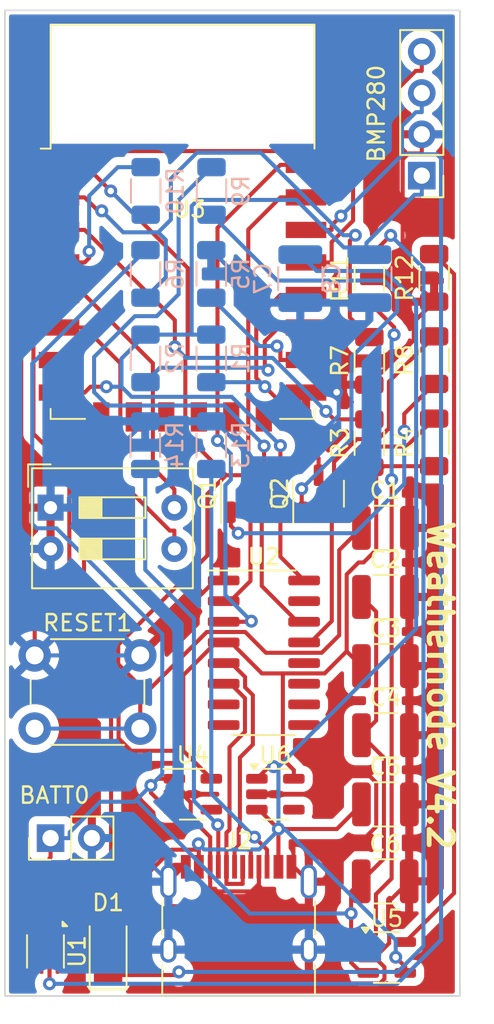
<source format=kicad_pcb>
(kicad_pcb (version 20240108) (generator "pcbnew") (generator_version "8.0")
  (layers (0 "F.Cu" signal) (31 "B.Cu" signal) (34 "B.Paste" user) (35 "F.Paste" user) (36 "B.SilkS" user "B.Silkscreen") (37 "F.SilkS" user "F.Silkscreen") (38 "B.Mask" user) (39 "F.Mask" user) (44 "Edge.Cuts" user))
  (net 0 "")
  (net 1 "GND")
  (net 2 "+3.3V")
  (net 3 "+BATT")
  (net 4 "Net-(U3-GPIO12)")
  (net 5 "RST")
  (net 6 "VCC")
  (net 7 "Net-(U3-GPIO14)")
  (net 8 "Net-(U3-GPIO2)")
  (net 9 "Net-(J2-CC2)")
  (net 10 "Net-(U2-UD+)")
  (net 11 "Net-(U2-UD-)")
  (net 12 "Net-(J2-CC1)")
  (net 13 "Net-(Q1-B)")
  (net 14 "Net-(Q2-B)")
  (net 15 "Net-(U3-EN)")
  (net 16 "Net-(U3-GPIO15)")
  (net 17 "Net-(Q1-E)")
  (net 18 "Net-(U3-GPIO16)")
  (net 20 "Net-(D1-K)")
  (net 21 "GPIO0")
  (net 28 "SDA")
  (net 37 "SCL")
  (net 39 "Net-(U5-STAT)")
  (net 40 "Net-(U5-PROG)")
  (net 41 "Net-(Q2-E)")
  (net 43 "ADC")
  (net 44 "TXD")
  (net 45 "RXD")
  (footprint "Resistor_SMD:R_1206_3216Metric" (layer "F.Cu") (at 105.664 55.5645 90)
    (property "Reference" "R12")
    (property "Value" "2k")
  )
  (footprint "Resistor_SMD:R_1206_3216Metric" (layer "F.Cu") (at 105.664 60.6225 90)
    (property "Reference" "R8")
    (property "Value" "12k")
  )
  (footprint "RF_Module:ESP-12E" (layer "F.Cu") (at 90.1783 52.1142)
    (property "Reference" "U3")
    (property "Value" "ESP-12E")
  )
  (footprint "Package_TO_SOT_SMD:SOT-23-5" (layer "F.Cu") (at 102.7485 97.348)
    (property "Reference" "U5")
    (property "Value" "MCP73831")
  )
  (footprint "Package_TO_SOT_SMD:SOT-23-5" (layer "F.Cu") (at 90.8105 87.31)
    (property "Reference" "U4")
    (property "Value" "AP2112K-3.3")
  )
  (footprint "Resistor_SMD:R_1206_3216Metric" (layer "F.Cu") (at 101.6773 55.6098 90)
    (property "Reference" "R11")
    (property "Value" "470")
  )
  (footprint "Package_TO_SOT_SMD:SOT-23-3" (layer "F.Cu") (at 98.552 68.834 90)
    (property "Reference" "Q2")
    (property "Value" "NPN-TRANSISTOR_SOT23")
  )
  (footprint "LED_SMD:LED_1206_3216Metric" (layer "F.Cu") (at 85.598 97.028 90)
    (property "Reference" "D1")
    (property "Value" "LED")
  )
  (footprint "Capacitor_SMD:C_1210_3225Metric" (layer "F.Cu") (at 102.665 75.184)
    (property "Reference" "C2")
    (property "Value" "100n")
  )
  (footprint "Capacitor_SMD:C_1210_3225Metric" (layer "F.Cu") (at 102.6514 92.6664)
    (property "Reference" "C6")
    (property "Value" "100nF")
  )
  (footprint "Connector_USB:USB_C_Receptacle_HRO_TYPE-C-31-M-12" (layer "F.Cu") (at 93.63 95.818)
    (property "Reference" "J2")
    (property "Value" "USB_C_Receptacle_USB2.0" (hide yes))
  )
  (footprint "Capacitor_SMD:C_1210_3225Metric" (layer "F.Cu") (at 102.665 79.434)
    (property "Reference" "C3")
    (property "Value" "2.2u")
  )
  (footprint "Package_SO:SOIC-16_3.9x9.9mm_P1.27mm" (layer "F.Cu") (at 95.185 78.613)
    (property "Reference" "U2")
    (property "Value" "CH340C")
  )
  (footprint "Capacitor_SMD:C_1210_3225Metric" (layer "F.Cu") (at 102.665 70.934)
    (property "Reference" "C1")
    (property "Value" "100n")
  )
  (footprint "Package_DFN_QFN:TDFN-8-1EP_2x2mm_P0.5mm_EP0.8x1.2mm" (layer "F.Cu") (at 81.742 96.974 -90)
    (property "Reference" "U1")
    (property "Value" "MAX17048G")
  )
  (footprint "Button_Switch_THT:SW_DIP_SPSTx02_Slide_9.78x7.26mm_W7.62mm_P2.54mm" (layer "F.Cu") (at 82.0556 69.6896)
    (property "Reference" "ID0" (hide yes))
    (property "Value" "SW_DIP-2")
  )
  (footprint "Resistor_SMD:R_1206_3216Metric" (layer "F.Cu") (at 101.6773 65.7245 90)
    (property "Reference" "R3")
    (property "Value" "12k")
  )
  (footprint "Connector_PinHeader_2.54mm:PinHeader_1x04_P2.54mm_Vertical" (layer "F.Cu") (at 104.902 49.276 180)
    (property "Reference" "BMP280")
    (property "Value" "PINHD-1X4")
  )
  (footprint "Capacitor_SMD:C_1210_3225Metric" (layer "F.Cu") (at 102.665 87.934)
    (property "Reference" "C5")
    (property "Value" "4.7u")
  )
  (footprint "Button_Switch_THT:SW_PUSH_6mm_H4.3mm" (layer "F.Cu") (at 81.078 78.776)
    (property "Reference" "RESET1")
    (property "Value" "SW_Push")
  )
  (footprint "Resistor_SMD:R_1206_3216Metric" (layer "F.Cu") (at 101.6773 60.6678 90)
    (property "Reference" "R7")
    (property "Value" "12k")
  )
  (footprint "Capacitor_SMD:C_1210_3225Metric" (layer "F.Cu") (at 102.665 83.684)
    (property "Reference" "C4")
    (property "Value" "4.7u")
  )
  (footprint "Package_TO_SOT_SMD:SOT-23-3" (layer "F.Cu") (at 94.102 68.834 90)
    (property "Reference" "Q1")
    (property "Value" "NPN-TRANSISTOR_SOT23")
  )
  (footprint "Resistor_SMD:R_1206_3216Metric" (layer "F.Cu") (at 105.664 65.6792 90)
    (property "Reference" "R4")
    (property "Value" "12k")
  )
  (footprint "Package_TO_SOT_SMD:SOT-23-5" (layer "F.Cu") (at 95.8905 87.31)
    (property "Reference" "U6")
    (property "Value" "AP2112K-3.3")
  )
  (footprint "Connector_PinHeader_2.54mm:PinHeader_1x02_P2.54mm_Vertical" (layer "F.Cu") (at 82.0556 90.0096 90)
    (property "Reference" "BATT0")
    (property "Value" "PINHD-1X2")
  )
  (footprint "Resistor_SMD:R_1206_3216Metric" (layer "B.Cu") (at 91.948 65.8475 90)
    (property "Reference" "R13")
    (property "Value" "5.1k")
  )
  (footprint "Resistor_SMD:R_1206_3216Metric" (layer "B.Cu") (at 87.8976 60.5135 90)
    (property "Reference" "R2")
    (property "Value" "12k")
  )
  (footprint "Resistor_SMD:R_1206_3216Metric" (layer "B.Cu") (at 87.884 65.8475 90)
    (property "Reference" "R14")
    (property "Value" "5.1k")
  )
  (footprint "Capacitor_SMD:C_1210_3225Metric" (layer "B.Cu") (at 97.4273 55.6098 -90)
    (property "Reference" "C7")
    (property "Value" "100n")
  )
  (footprint "Resistor_SMD:R_1206_3216Metric" (layer "B.Cu") (at 91.9616 50.2181 90)
    (property "Reference" "R9")
    (property "Value" "12k")
  )
  (footprint "Resistor_SMD:R_1206_3216Metric" (layer "B.Cu") (at 87.9112 50.2181 90)
    (property "Reference" "R10")
    (property "Value" "470")
  )
  (footprint "Resistor_SMD:R_1206_3216Metric" (layer "B.Cu") (at 91.948 60.5135 90)
    (property "Reference" "R1")
    (property "Value" "12k")
  )
  (footprint "Resistor_SMD:R_1206_3216Metric" (layer "B.Cu") (at 91.948 55.3201 90)
    (property "Reference" "R5")
    (property "Value" "12k")
  )
  (footprint "Capacitor_SMD:C_1210_3225Metric" (layer "B.Cu") (at 101.6773 55.6098 -90)
    (property "Reference" "C8")
    (property "Value" "2.2u")
  )
  (footprint "Resistor_SMD:R_1206_3216Metric" (layer "B.Cu") (at 87.8976 55.3201 90)
    (property "Reference" "R6")
    (property "Value" "200k")
  )
  (gr_rect (start 79.248 39.116) (end 107.248 99.716) (stroke (width 0.1)) (fill none) (layer "Edge.Cuts"))
  (gr_text "Weathernode V4.2" (at 105.156 70.358 -90) (layer "F.SilkS") (effects (font (size 1.5 1.5) (thickness 0.3) (bold yes)) (justify left bottom)))
  (segment (start 90.681 88.7443) (end 91.88 89.9433) (width 0.25) (layer "F.Cu") (net 1))
  (segment (start 99.6632 62.594) (end 99.3752 62.594) (width 0.25) (layer "F.Cu") (net 1))
  (segment (start 90.225 91.773) (end 90.38 91.773) (width 0.25) (layer "F.Cu") (net 1))
  (segment (start 98.8975 98.9422) (end 102.3284 98.9422) (width 0.25) (layer "F.Cu") (net 1))
  (segment (start 104.4073 59.4003) (end 104.4073 58.2837) (width 0.25) (layer "F.Cu") (net 1))
  (segment (start 104.14 75.184) (end 104.14 70.934) (width 0.25) (layer "F.Cu") (net 1))
  (segment (start 99.3752 62.594) (end 99.355 62.6142) (width 0.25) (layer "F.Cu") (net 1))
  (segment (start 97.95 92.688) (end 97.035 91.773) (width 0.25) (layer "F.Cu") (net 1))
  (segment (start 100.5701 86.2017) (end 101.7065 86.2017) (width 0.25) (layer "F.Cu") (net 1))
  (segment (start 104.14 87.934) (end 104.14 83.684) (width 0.25) (layer "F.Cu") (net 1))
  (segment (start 101.6773 62.1303) (end 104.4073 59.4003) (width 0.25) (layer "F.Cu") (net 1))
  (segment (start 94.753 87.31) (end 99.4618 87.31) (width 0.25) (layer "F.Cu") (net 1))
  (segment (start 102.8962 96.4694) (end 102.8962 93.8966) (width 0.25) (layer "F.Cu") (net 1))
  (segment (start 82.0556 73.3563) (end 81.078 74.3339) (width 0.25) (layer "F.Cu") (net 1))
  (segment (start 104.14 83.684) (end 104.14 79.434) (width 0.25) (layer "F.Cu") (net 1))
  (segment (start 101.7065 86.2017) (end 101.8588 86.354) (width 0.25) (layer "F.Cu") (net 1))
  (segment (start 97.95 96.868) (end 97.95 95.7413) (width 0.25) (layer "F.Cu") (net 1))
  (segment (start 81.078 74.3339) (end 81.078 78.776) (width 0.25) (layer "F.Cu") (net 1))
  (segment (start 97.7783 62.6142) (end 99.355 62.6142) (width 0.25) (layer "F.Cu") (net 1))
  (segment (start 89.4418 94.1965) (end 89.4418 95.6095) (width 0.25) (layer "F.Cu") (net 1))
  (segment (start 97.8507 94.164) (end 96.1041 94.164) (width 0.25) (layer "F.Cu") (net 1))
  (segment (start 97.95 95.7413) (end 97.8507 95.642) (width 0.25) (layer "F.Cu") (net 1))
  (segment (start 89.31 94.0647) (end 89.4418 94.1965) (width 0.25) (layer "F.Cu") (net 1))
  (segment (start 94.419 93.2857) (end 94.8224 92.8823) (width 0.25) (layer "F.Cu") (net 1))
  (segment (start 89.4418 95.6095) (end 89.31 95.7413) (width 0.25) (layer "F.Cu") (net 1))
  (segment (start 84.5956 90.0096) (end 84.5956 91.1863) (width 0.25) (layer "F.Cu") (net 1))
  (segment (start 97.95 97.4313) (end 97.95 97.9947) (width 0.25) (layer "F.Cu") (net 1))
  (segment (start 84.5956 82.2936) (end 84.5956 90.0096) (width 0.25) (layer "F.Cu") (net 1))
  (segment (start 102.0984 86.5957) (end 102.0984 89.2964) (width 0.25) (layer "F.Cu") (net 1))
  (segment (start 81.492 97.224) (end 81.492 97.9615) (width 0.25) (layer "F.Cu") (net 1))
  (segment (start 102.0984 89.2964) (end 98.7068 92.688) (width 0.25) (layer "F.Cu") (net 1))
  (segment (start 82.492 95.9865) (end 82.6687 96.1632) (width 0.25) (layer "F.Cu") (net 1))
  (segment (start 104.093 47.9127) (end 104.902 47.9127) (width 0.25) (layer "F.Cu") (net 1))
  (segment (start 103.7253 55.0883) (end 103.7253 48.2804) (width 0.25) (layer "F.Cu") (net 1))
  (segment (start 97.8507 95.642) (end 97.8507 94.164) (width 0.25) (layer "F.Cu") (net 1))
  (segment (start 91.88 93.3753) (end 91.88 93.2857) (width 0.25) (layer "F.Cu") (net 1))
  (segment (start 82.6687 96.1632) (end 82.6687 96.974) (width 0.25) (layer "F.Cu") (net 1))
  (segment (start 102.6066 97.937) (end 102.0176 97.348) (width 0.25) (layer "F.Cu") (net 1))
  (segment (start 104.902 46.736) (end 104.902 47.9127) (width 0.25) (layer "F.Cu") (net 1))
  (segment (start 92.186 74.168) (end 92.71 74.168) (width 0.25) (layer "F.Cu") (net 1))
  (segment (start 101.8588 86.3561) (end 102.0984 86.5957) (width 0.25) (layer "F.Cu") (net 1))
  (segment (start 89.31 92.688) (end 90.225 91.773) (width 0.25) (layer "F.Cu") (net 1))
  (segment (start 97.95 92.688) (end 97.95 94.0647) (width 0.25) (layer "F.Cu") (net 1))
  (segment (start 80.992 96.474) (end 80.992 95.9865) (width 0.25) (layer "F.Cu") (net 1))
  (segment (start 91.88 93.2857) (end 94.419 93.2857) (width 0.25) (layer "F.Cu") (net 1))
  (segment (start 104.1264 92.6664) (end 104.14 92.6528) (width 0.25) (layer "F.Cu") (net 1))
  (segment (start 91.0588 94.1965) (end 91.88 93.3753) (width 0.25) (layer "F.Cu") (net 1))
  (segment (start 81.742 96.974) (end 82.6687 96.974) (width 0.25) (layer "F.Cu") (net 1))
  (segment (start 102.3284 98.9422) (end 102.6066 98.664) (width 0.25) (layer "F.Cu") (net 1))
  (segment (start 97.95 97.9947) (end 98.8975 98.9422) (width 0.25) (layer "F.Cu") (net 1))
  (segment (start 91.88 89.9433) (end 91.88 91.773) (width 0.25) (layer "F.Cu") (net 1))
  (segment (start 81.078 78.776) (end 84.5956 82.2936) (width 0.25) (layer "F.Cu") (net 1))
  (segment (start 97.035 91.773) (end 96.88 91.773) (width 0.25) (layer "F.Cu") (net 1))
  (segment (start 101.8588 86.354) (end 101.8588 86.3561) (width 0.25) (layer "F.Cu") (net 1))
  (segment (start 98.7068 92.688) (end 97.95 92.688) (width 0.25) (layer "F.Cu") (net 1))
  (segment (start 97.8507 94.164) (end 97.95 94.0647) (width 0.25) (layer "F.Cu") (net 1))
  (segment (start 89.31 93.1907) (end 89.31 94.0647) (width 0.25) (layer "F.Cu") (net 1))
  (segment (start 91.88 91.773) (end 91.88 92.8247) (width 0.25) (layer "F.Cu") (net 1))
  (segment (start 94.8224 92.8823) (end 94.88 92.8247) (width 0.25) (layer "F.Cu") (net 1))
  (segment (start 81.742 96.974) (end 81.617 97.099) (width 0.25) (layer "F.Cu") (net 1))
  (segment (start 89.673 87.31) (end 90.1771 87.31) (width 0.25) (layer "F.Cu") (net 1))
  (segment (start 89.4418 94.1965) (end 91.0588 94.1965) (width 0.25) (layer "F.Cu") (net 1))
  (segment (start 102.6066 98.664) (end 102.6066 97.937) (width 0.25) (layer "F.Cu") (net 1))
  (segment (start 104.14 92.6528) (end 104.14 87.934) (width 0.25) (layer "F.Cu") (net 1))
  (segment (start 81.617 97.099) (end 80.992 96.474) (width 0.25) (layer "F.Cu") (net 1))
  (segment (start 82.492 93.2899) (end 84.5956 91.1863) (width 0.25) (layer "F.Cu") (net 1))
  (segment (start 99.6632 62.594) (end 100.1269 62.1303) (width 0.25) (layer "F.Cu") (net 1))
  (segment (start 99.4618 87.31) (end 100.5701 86.2017) (width 0.25) (layer "F.Cu") (net 1))
  (segment (start 82.492 95.9865) (end 82.492 93.2899) (width 0.25) (layer "F.Cu") (net 1))
  (segment (start 103.7253 48.2804) (end 104.093 47.9127) (width 0.25) (layer "F.Cu") (net 1))
  (segment (start 82.0556 72.2296) (end 82.0556 73.3563) (width 0.25) (layer "F.Cu") (net 1))
  (segment (start 102.0176 97.348) (end 101.611 97.348) (width 0.25) (layer "F.Cu") (net 1))
  (segment (start 105.664 57.027) (end 103.7253 55.0883) (width 0.25) (layer "F.Cu") (net 1))
  (segment (start 90.681 87.8139) (end 90.681 88.7443) (width 0.25) (layer "F.Cu") (net 1))
  (segment (start 104.14 79.434) (end 104.14 75.184) (width 0.25) (layer "F.Cu") (net 1))
  (segment (start 100.1269 62.1303) (end 101.6773 62.1303) (width 0.25) (layer "F.Cu") (net 1))
  (segment (start 87.578 78.776) (end 92.186 74.168) (width 0.25) (layer "F.Cu") (net 1))
  (segment (start 89.31 96.868) (end 89.31 95.7413) (width 0.25) (layer "F.Cu") (net 1))
  (segment (start 104.4073 58.2837) (end 105.664 57.027) (width 0.25) (layer "F.Cu") (net 1))
  (segment (start 91.88 93.2857) (end 91.88 92.8247) (width 0.25) (layer "F.Cu") (net 1))
  (segment (start 94.88 91.773) (end 94.88 92.8247) (width 0.25) (layer "F.Cu") (net 1))
  (segment (start 102.0176 97.348) (end 102.8962 96.4694) (width 0.25) (layer "F.Cu") (net 1))
  (segment (start 102.8962 93.8966) (end 104.1264 92.6664) (width 0.25) (layer "F.Cu") (net 1))
  (segment (start 96.1041 94.164) (end 94.8224 92.8823) (width 0.25) (layer "F.Cu") (net 1))
  (segment (start 89.31 93.1907) (end 89.31 92.688) (width 0.25) (layer "F.Cu") (net 1))
  (segment (start 90.1771 87.31) (end 90.681 87.8139) (width 0.25) (layer "F.Cu") (net 1))
  (segment (start 81.617 97.099) (end 81.492 97.224) (width 0.25) (layer "F.Cu") (net 1))
  (segment (start 97.95 97.4313) (end 97.95 96.868) (width 0.25) (layer "F.Cu") (net 1))
  (segment (start 82.0556 72.2296) (end 82.0556 69.6896) (width 0.25) (layer "F.Cu") (net 1))
  (via (at 99.6632 62.594) (size 0.8) (drill 0.4) (layers "F.Cu" "B.Cu") (net 1))
  (segment (start 87.578 78.776) (end 81.078 78.776) (width 0.25) (layer "B.Cu") (net 1))
  (segment (start 92.1897 64.385) (end 94.4615 66.6568) (width 0.25) (layer "B.Cu") (net 1))
  (segment (start 99.6632 57.0848) (end 97.4273 57.0848) (width 0.25) (layer "B.Cu") (net 1))
  (segment (start 91.948 64.385) (end 92.1897 64.385) (width 0.25) (layer "B.Cu") (net 1))
  (segment (start 87.884 64.385) (end 83.1823 69.0867) (width 0.25) (layer "B.Cu") (net 1))
  (segment (start 99.7942 62.725) (end 99.6632 62.594) (width 0.25) (layer "B.Cu") (net 1))
  (segment (start 97.4273 57.0848) (end 95.1752 57.0848) (width 0.25) (layer "B.Cu") (net 1))
  (segment (start 95.1752 57.0848) (end 91.948 53.8576) (width 0.25) (layer "B.Cu") (net 1))
  (segment (start 84.5956 90.0096) (end 86.6316 90.0096) (width 0.25) (layer "B.Cu") (net 1))
  (segment (start 86.6316 90.0096) (end 89.31 92.688) (width 0.25) (layer "B.Cu") (net 1))
  (segment (start 99.7942 64.0289) (end 99.7942 62.725) (width 0.25) (layer "B.Cu") (net 1))
  (segment (start 82.0556 69.6896) (end 83.1823 69.6896) (width 0.25) (layer "B.Cu") (net 1))
  (segment (start 94.4615 66.6568) (end 97.1663 66.6568) (width 0.25) (layer "B.Cu") (net 1))
  (segment (start 91.948 64.385) (end 87.884 64.385) (width 0.25) (layer "B.Cu") (net 1))
  (segment (start 97.1663 66.6568) (end 99.7942 64.0289) (width 0.25) (layer "B.Cu") (net 1))
  (segment (start 99.6632 57.0848) (end 99.6632 62.594) (width 0.25) (layer "B.Cu") (net 1))
  (segment (start 83.1823 69.0867) (end 83.1823 69.6896) (width 0.25) (layer "B.Cu") (net 1))
  (segment (start 101.6773 57.0848) (end 99.6632 57.0848) (width 0.25) (layer "B.Cu") (net 1))
  (segment (start 100.2803 78.5243) (end 101.19 79.434) (width 0.25) (layer "F.Cu") (net 2))
  (segment (start 84.514 62.2552) (end 84.155 62.6142) (width 0.25) (layer "F.Cu") (net 2))
  (segment (start 82.5783 62.6142) (end 83.3667 62.6142) (width 0.25) (layer "F.Cu") (net 2))
  (segment (start 97.66 74.168) (end 96.2013 72.7093) (width 0.25) (layer "F.Cu") (net 2))
  (segment (start 87.0055 84.6381) (end 86.2412 83.8738) (width 0.25) (layer "F.Cu") (net 2))
  (segment (start 96.3525 85.1523) (end 96.3525 79.883) (width 0.25) (layer "F.Cu") (net 2))
  (segment (start 101.3191 73.059) (end 102.0997 72.2784) (width 0.25) (layer "F.Cu") (net 2))
  (segment (start 96.3525 79.883) (end 98.9216 79.883) (width 0.25) (layer "F.Cu") (net 2))
  (segment (start 92.71 77.978) (end 93.158 77.978) (width 0.25) (layer "F.Cu") (net 2))
  (segment (start 100.2803 78.5243) (end 100.2803 73.7956) (width 0.25) (layer "F.Cu") (net 2))
  (segment (start 105.664 67.1417) (end 102.5674 67.1417) (width 0.25) (layer "F.Cu") (net 2))
  (segment (start 97.028 86.36) (end 97.028 85.8278) (width 0.25) (layer "F.Cu") (net 2))
  (segment (start 85.4915 62.2552) (end 84.514 62.2552) (width 0.25) (layer "F.Cu") (net 2))
  (segment (start 90.2261 84.6381) (end 90.2261 79.9933) (width 0.25) (layer "F.Cu") (net 2))
  (segment (start 102.0997 67.6094) (end 101.6773 67.187) (width 0.25) (layer "F.Cu") (net 2))
  (segment (start 97.028 85.8278) (end 96.3525 85.1523) (width 0.25) (layer "F.Cu") (net 2))
  (segment (start 86.2412 83.8738) (end 86.2412 80.9824) (width 0.25) (layer "F.Cu") (net 2))
  (segment (start 100.2803 73.7956) (end 101.0169 73.059) (width 0.25) (layer "F.Cu") (net 2))
  (segment (start 90.2261 79.9933) (end 92.2414 77.978) (width 0.25) (layer "F.Cu") (net 2))
  (segment (start 95.063 79.883) (end 96.3525 79.883) (width 0.25) (layer "F.Cu") (net 2))
  (segment (start 86.2412 80.9824) (end 84.1145 78.8557) (width 0.25) (layer "F.Cu") (net 2))
  (segment (start 102.5674 67.1417) (end 102.0997 67.6094) (width 0.25) (layer "F.Cu") (net 2))
  (segment (start 92.2414 77.978) (end 92.71 77.978) (width 0.25) (layer "F.Cu") (net 2))
  (segment (start 102.0997 72.2784) (end 102.0997 67.6094) (width 0.25) (layer "F.Cu") (net 2))
  (segment (start 83.3667 62.6142) (end 84.155 62.6142) (width 0.25) (layer "F.Cu") (net 2))
  (segment (start 96.2013 72.7093) (end 96.2013 65.8746) (width 0.25) (layer "F.Cu") (net 2))
  (segment (start 91.948 86.36) (end 90.2261 84.6381) (width 0.25) (layer "F.Cu") (net 2))
  (segment (start 90.2261 84.6381) (end 87.0055 84.6381) (width 0.25) (layer "F.Cu") (net 2))
  (segment (start 101.0169 73.059) (end 101.3191 73.059) (width 0.25) (layer "F.Cu") (net 2))
  (segment (start 98.9216 79.883) (end 100.2803 78.5243) (width 0.25) (layer "F.Cu") (net 2))
  (segment (start 93.158 77.978) (end 95.063 79.883) (width 0.25) (layer "F.Cu") (net 2))
  (segment (start 84.1145 63.362) (end 83.3667 62.6142) (width 0.25) (layer "F.Cu") (net 2))
  (segment (start 84.1145 78.8557) (end 84.1145 63.362) (width 0.25) (layer "F.Cu") (net 2))
  (via (at 85.4915 62.2552) (size 0.8) (drill 0.4) (layers "F.Cu" "B.Cu") (net 2))
  (via (at 96.2013 65.8746) (size 0.8) (drill 0.4) (layers "F.Cu" "B.Cu") (net 2))
  (segment (start 87.0413 62.8765) (end 86.42 62.2552) (width 0.25) (layer "B.Cu") (net 2))
  (segment (start 86.42 60.5286) (end 86.42 62.2552) (width 0.25) (layer "B.Cu") (net 2))
  (segment (start 104.902 49.276) (end 104.902 50.4527) (width 0.25) (layer "B.Cu") (net 2))
  (segment (start 93.2032 62.8765) (end 87.0413 62.8765) (width 0.25) (layer "B.Cu") (net 2))
  (segment (start 101.4953 53.4155) (end 101.4953 53.6929) (width 0.25) (layer "B.Cu") (net 2))
  (segment (start 101.4953 53.6929) (end 101.4953 53.9528) (width 0.25) (layer "B.Cu") (net 2))
  (segment (start 97.1844 50.7705) (end 100.1068 53.6929) (width 0.25) (layer "B.Cu") (net 2))
  (segment (start 91.1144 50.7705) (end 97.1844 50.7705) (width 0.25) (layer "B.Cu") (net 2))
  (segment (start 90.7386 59.051) (end 87.8976 59.051) (width 0.25) (layer "B.Cu") (net 2))
  (segment (start 96.2013 65.8746) (end 93.2032 62.8765) (width 0.25) (layer "B.Cu") (net 2))
  (segment (start 86.42 62.2552) (end 85.4915 62.2552) (width 0.25) (layer "B.Cu") (net 2))
  (segment (start 104.4581 50.4527) (end 101.4953 53.4155) (width 0.25) (layer "B.Cu") (net 2))
  (segment (start 87.8976 59.051) (end 86.42 60.5286) (width 0.25) (layer "B.Cu") (net 2))
  (segment (start 91.948 59.051) (end 90.7386 59.051) (width 0.25) (layer "B.Cu") (net 2))
  (segment (start 101.4953 53.9528) (end 101.6773 54.1348) (width 0.25) (layer "B.Cu") (net 2))
  (segment (start 90.7386 59.051) (end 90.7386 51.1463) (width 0.25) (layer "B.Cu") (net 2))
  (segment (start 100.1068 53.6929) (end 101.4953 53.6929) (width 0.25) (layer "B.Cu") (net 2))
  (segment (start 104.902 50.4527) (end 104.4581 50.4527) (width 0.25) (layer "B.Cu") (net 2))
  (segment (start 90.7386 51.1463) (end 91.1144 50.7705) (width 0.25) (layer "B.Cu") (net 2))
  (segment (start 101.19 75.184) (end 102.0949 76.0889) (width 0.25) (layer "F.Cu") (net 3))
  (segment (start 101.1908 98.298) (end 100.5534 97.6606) (width 0.25) (layer "F.Cu") (net 3))
  (segment (start 82.0556 91.1863) (end 81.992 91.2499) (width 0.25) (layer "F.Cu") (net 3))
  (segment (start 102.5731 91.2697) (end 102.5731 85.0671) (width 0.25) (layer "F.Cu") (net 3))
  (segment (start 88.644 86.36) (end 88.2307 86.7733) (width 0.25) (layer "F.Cu") (net 3))
  (segment (start 101.1764 92.6664) (end 102.5731 91.2697) (width 0.25) (layer "F.Cu") (net 3))
  (segment (start 81.992 91.2499) (end 81.992 95.9865) (width 0.25) (layer "F.Cu") (net 3))
  (segment (start 100.5534 97.6606) (end 100.5534 94.6434) (width 0.25) (layer "F.Cu") (net 3))
  (segment (start 89.673 86.36) (end 88.644 86.36) (width 0.25) (layer "F.Cu") (net 3))
  (segment (start 101.611 98.298) (end 101.1908 98.298) (width 0.25) (layer "F.Cu") (net 3))
  (segment (start 81.992 95.9865) (end 81.492 95.9865) (width 0.25) (layer "F.Cu") (net 3))
  (segment (start 100.5534 94.6434) (end 100.5534 93.2894) (width 0.25) (layer "F.Cu") (net 3))
  (segment (start 102.5731 85.0671) (end 101.19 83.684) (width 0.25) (layer "F.Cu") (net 3))
  (segment (start 102.0949 76.0889) (end 102.0949 82.7791) (width 0.25) (layer "F.Cu") (net 3))
  (segment (start 89.2718 88.26) (end 88.2307 87.2189) (width 0.25) (layer "F.Cu") (net 3))
  (segment (start 82.0556 90.0096) (end 82.0556 91.1863) (width 0.25) (layer "F.Cu") (net 3))
  (segment (start 100.5534 93.2894) (end 101.1764 92.6664) (width 0.25) (layer "F.Cu") (net 3))
  (segment (start 88.2307 87.2189) (end 88.2307 86.7733) (width 0.25) (layer "F.Cu") (net 3))
  (segment (start 102.0949 82.7791) (end 101.19 83.684) (width 0.25) (layer "F.Cu") (net 3))
  (segment (start 89.673 88.26) (end 89.2718 88.26) (width 0.25) (layer "F.Cu") (net 3))
  (via (at 88.2307 86.7733) (size 0.8) (drill 0.4) (layers "F.Cu" "B.Cu") (net 3))
  (via (at 100.5534 94.6434) (size 0.8) (drill 0.4) (layers "F.Cu" "B.Cu") (net 3))
  (segment (start 81.1981 70.9596) (end 82.4215 70.9596) (width 0.25) (layer "B.Cu") (net 3))
  (segment (start 87.8976 53.8576) (end 80.9289 60.8263) (width 0.25) (layer "B.Cu") (net 3))
  (segment (start 83.2323 89.6551) (end 83.2323 90.0096) (width 0.25) (layer "B.Cu") (net 3))
  (segment (start 80.9289 60.8263) (end 80.9289 70.6904) (width 0.25) (layer "B.Cu") (net 3))
  (segment (start 82.0556 90.0096) (end 83.2323 90.0096) (width 0.25) (layer "B.Cu") (net 3))
  (segment (start 87.3411 87.6629) (end 87.2335 87.7705) (width 0.25) (layer "B.Cu") (net 3))
  (segment (start 80.9289 70.6904) (end 81.1981 70.9596) (width 0.25) (layer "B.Cu") (net 3))
  (segment (start 88.9306 77.4687) (end 88.9306 86.0734) (width 0.25) (layer "B.Cu") (net 3))
  (segment (start 87.3411 87.6629) (end 94.3215 94.6434) (width 0.25) (layer "B.Cu") (net 3))
  (segment (start 87.2335 87.7705) (end 85.1169 87.7705) (width 0.25) (layer "B.Cu") (net 3))
  (segment (start 82.4215 70.9596) (end 88.9306 77.4687) (width 0.25) (layer "B.Cu") (net 3))
  (segment (start 88.2307 86.7733) (end 87.3411 87.6629) (width 0.25) (layer "B.Cu") (net 3))
  (segment (start 85.1169 87.7705) (end 83.2323 89.6551) (width 0.25) (layer "B.Cu") (net 3))
  (segment (start 88.9306 86.0734) (end 88.2307 86.7733) (width 0.25) (layer "B.Cu") (net 3))
  (segment (start 94.3215 94.6434) (end 100.5534 94.6434) (width 0.25) (layer "B.Cu") (net 3))
  (segment (start 86.3516 68.0606) (end 89.3939 71.1029) (width 0.25) (layer "F.Cu") (net 4))
  (segment (start 89.6756 72.2296) (end 89.6756 71.1029) (width 0.25) (layer "F.Cu") (net 4))
  (segment (start 86.3516 60.8108) (end 86.3516 68.0606) (width 0.25) (layer "F.Cu") (net 4))
  (segment (start 89.3939 71.1029) (end 89.6756 71.1029) (width 0.25) (layer "F.Cu") (net 4))
  (segment (start 82.5783 58.6142) (end 84.155 58.6142) (width 0.25) (layer "F.Cu") (net 4))
  (segment (start 84.155 58.6142) (end 86.3516 60.8108) (width 0.25) (layer "F.Cu") (net 4))
  (segment (start 99.8215 77.5371) (end 99.8215 72.3025) (width 0.25) (layer "F.Cu") (net 5))
  (segment (start 82.5783 48.6142) (end 84.155 48.6142) (width 0.25) (layer "F.Cu") (net 5))
  (segment (start 91.7077 72.6353) (end 91.7077 68.8457) (width 0.25) (layer "F.Cu") (net 5))
  (segment (start 90.4921 60.3856) (end 90.4921 54.9513) (width 0.25) (layer "F.Cu") (net 5))
  (segment (start 91.6696 77.3353) (end 94.0355 77.3353) (width 0.25) (layer "F.Cu") (net 5))
  (segment (start 98.7456 78.613) (end 99.8215 77.5371) (width 0.25) (layer "F.Cu") (net 5))
  (segment (start 101.19 70.934) (end 100.4713 70.2153) (width 0.25) (layer "F.Cu") (net 5))
  (segment (start 92.8569 67.6965) (end 90.3516 65.1912) (width 0.25) (layer "F.Cu") (net 5))
  (segment (start 94.0355 77.3353) (end 95.3132 78.613) (width 0.25) (layer "F.Cu") (net 5))
  (segment (start 100.4713 66.5967) (end 101.1333 65.9347) (width 0.25) (layer "F.Cu") (net 5))
  (segment (start 86.22 78.123) (end 91.7077 72.6353) (width 0.25) (layer "F.Cu") (net 5))
  (segment (start 87.9576 81.0473) (end 91.6696 77.3353) (width 0.25) (layer "F.Cu") (net 5))
  (segment (start 87.578 81.4269) (end 87.9576 81.0473) (width 0.25) (layer "F.Cu") (net 5))
  (segment (start 91.7077 68.8457) (end 92.8569 67.6965) (width 0.25) (layer "F.Cu") (net 5))
  (segment (start 87.9576 81.0473) (end 86.22 79.3097) (width 0.25) (layer "F.Cu") (net 5))
  (segment (start 95.3132 78.613) (end 98.7456 78.613) (width 0.25) (layer "F.Cu") (net 5))
  (segment (start 87.578 83.276) (end 87.578 81.4269) (width 0.25) (layer "F.Cu") (net 5))
  (segment (start 86.22 79.3097) (end 86.22 78.123) (width 0.25) (layer "F.Cu") (net 5))
  (segment (start 90.3516 60.5261) (end 90.4921 60.3856) (width 0.25) (layer "F.Cu") (net 5))
  (segment (start 92.8569 67.6965) (end 94.102 67.6965) (width 0.25) (layer "F.Cu") (net 5))
  (segment (start 103.946 65.9347) (end 105.664 64.2167) (width 0.25) (layer "F.Cu") (net 5))
  (segment (start 99.8215 72.3025) (end 101.19 70.934) (width 0.25) (layer "F.Cu") (net 5))
  (segment (start 85.7593 50.2185) (end 84.155 48.6142) (width 0.25) (layer "F.Cu") (net 5))
  (segment (start 90.3516 65.1912) (end 90.3516 60.5261) (width 0.25) (layer "F.Cu") (net 5))
  (segment (start 90.4921 54.9513) (end 85.7593 50.2185) (width 0.25) (layer "F.Cu") (net 5))
  (segment (start 100.4713 70.2153) (end 100.4713 66.5967) (width 0.25) (layer "F.Cu") (net 5))
  (segment (start 101.1333 65.9347) (end 103.946 65.9347) (width 0.25) (layer "F.Cu") (net 5))
  (via (at 85.7593 50.2185) (size 0.8) (drill 0.4) (layers "F.Cu" "B.Cu") (net 5))
  (segment (start 87.578 83.276) (end 81.078 83.276) (width 0.25) (layer "B.Cu") (net 5))
  (segment (start 87.9112 51.6806) (end 87.2214 51.6806) (width 0.25) (layer "B.Cu") (net 5))
  (segment (start 87.2214 51.6806) (end 85.7593 50.2185) (width 0.25) (layer "B.Cu") (net 5))
  (segment (start 103.886 97.9197) (end 103.2979 97.3316) (width 0.25) (layer "F.Cu") (net 6))
  (segment (start 99.6743 89.4497) (end 96.08 89.4497) (width 0.25) (layer "F.Cu") (net 6))
  (segment (start 96.08 89.4497) (end 94.8903 88.26) (width 0.25) (layer "F.Cu") (net 6))
  (segment (start 96.08 90.7213) (end 96.08 89.4497) (width 0.25) (layer "F.Cu") (net 6))
  (segment (start 91.1529 90.3589) (end 91.18 90.386) (width 0.25) (layer "F.Cu") (net 6))
  (segment (start 85.598 94.6355) (end 85.598 95.628) (width 0.25) (layer "F.Cu") (net 6))
  (segment (start 103.886 98.298) (end 103.886 97.9197) (width 0.25) (layer "F.Cu") (net 6))
  (segment (start 101.19 87.934) (end 99.6743 89.4497) (width 0.25) (layer "F.Cu") (net 6))
  (segment (start 91.18 91.773) (end 91.18 90.7213) (width 0.25) (layer "F.Cu") (net 6))
  (segment (start 91.18 90.386) (end 91.18 90.7213) (width 0.25) (layer "F.Cu") (net 6))
  (segment (start 95.4968 85.6162) (end 94.753 86.36) (width 0.25) (layer "F.Cu") (net 6))
  (segment (start 89.5122 90.7213) (end 85.598 94.6355) (width 0.25) (layer "F.Cu") (net 6))
  (segment (start 95.7887 85.6162) (end 95.4968 85.6162) (width 0.25) (layer "F.Cu") (net 6))
  (segment (start 94.8903 88.26) (end 94.753 88.26) (width 0.25) (layer "F.Cu") (net 6))
  (segment (start 96.08 91.773) (end 96.08 90.7213) (width 0.25) (layer "F.Cu") (net 6))
  (segment (start 91.18 90.7213) (end 89.5122 90.7213) (width 0.25) (layer "F.Cu") (net 6))
  (via (at 91.1529 90.3589) (size 0.8) (drill 0.4) (layers "F.Cu" "B.Cu") (net 6))
  (via (at 103.2979 97.3316) (size 0.8) (drill 0.4) (layers "F.Cu" "B.Cu") (net 6))
  (via (at 95.7887 85.6162) (size 0.8) (drill 0.4) (layers "F.Cu" "B.Cu") (net 6))
  (via (at 96.08 89.4497) (size 0.8) (drill 0.4) (layers "F.Cu" "B.Cu") (net 6))
  (segment (start 91.5016 90.7076) (end 91.1529 90.3589) (width 0.25) (layer "B.Cu") (net 6))
  (segment (start 98.4306 55.1381) (end 102.6484 55.1381) (width 0.25) (layer "B.Cu") (net 6))
  (segment (start 96.08 85.6162) (end 96.08 89.4497) (width 0.25) (layer "B.Cu") (net 6))
  (segment (start 103.2979 96.2808) (end 103.2979 97.3316) (width 0.25) (layer "B.Cu") (net 6))
  (segment (start 96.533 89.5159) (end 103.2979 96.2808) (width 0.25) (layer "B.Cu") (net 6))
  (segment (start 102.6484 55.1381) (end 104.5537 57.0434) (width 0.25) (layer "B.Cu") (net 6))
  (segment (start 94.8883 90.7076) (end 91.5016 90.7076) (width 0.25) (layer "B.Cu") (net 6))
  (segment (start 97.4273 54.1348) (end 98.4306 55.1381) (width 0.25) (layer "B.Cu") (net 6))
  (segment (start 96.08 89.5159) (end 94.8883 90.7076) (width 0.25) (layer "B.Cu") (net 6))
  (segment (start 96.08 89.5159) (end 96.533 89.5159) (width 0.25) (layer "B.Cu") (net 6))
  (segment (start 96.08 85.6162) (end 95.7887 85.6162) (width 0.25) (layer "B.Cu") (net 6))
  (segment (start 96.08 89.4497) (end 96.08 89.5159) (width 0.25) (layer "B.Cu") (net 6))
  (segment (start 104.5537 57.0434) (end 104.5537 77.1425) (width 0.25) (layer "B.Cu") (net 6))
  (segment (start 104.5537 77.1425) (end 96.08 85.6162) (width 0.25) (layer "B.Cu") (net 6))
  (segment (start 89.6756 68.5629) (end 88.3516 67.2389) (width 0.25) (layer "F.Cu") (net 7))
  (segment (start 88.3516 60.8108) (end 84.155 56.6142) (width 0.25) (layer "F.Cu") (net 7))
  (segment (start 82.5783 56.6142) (end 84.155 56.6142) (width 0.25) (layer "F.Cu") (net 7))
  (segment (start 89.6756 69.6896) (end 89.6756 68.5629) (width 0.25) (layer "F.Cu") (net 7))
  (segment (start 88.3516 67.2389) (end 88.3516 60.8108) (width 0.25) (layer "F.Cu") (net 7))
  (segment (start 95.2402 61.0321) (end 95.4422 61.2341) (width 0.25) (layer "F.Cu") (net 8))
  (segment (start 95.2402 59.4671) (end 95.2402 61.0321) (width 0.25) (layer "F.Cu") (net 8))
  (segment (start 96.0931 58.6142) (end 95.2402 59.4671) (width 0.25) (layer "F.Cu") (net 8))
  (segment (start 97.7783 58.6142) (end 96.0931 58.6142) (width 0.25) (layer "F.Cu") (net 8))
  (via (at 95.4422 61.2341) (size 0.8) (drill 0.4) (layers "F.Cu" "B.Cu") (net 8))
  (segment (start 95.2939 61.0858) (end 95.4422 61.2341) (width 0.25) (layer "B.Cu") (net 8))
  (segment (start 87.8976 61.976) (end 88.7878 61.0858) (width 0.25) (layer "B.Cu") (net 8))
  (segment (start 88.7878 61.0858) (end 95.2939 61.0858) (width 0.25) (layer "B.Cu") (net 8))
  (segment (start 94.6074 89.9487) (end 95.38 90.7213) (width 0.25) (layer "F.Cu") (net 9))
  (segment (start 95.38 91.773) (end 95.38 90.7213) (width 0.25) (layer "F.Cu") (net 9))
  (via (at 94.6074 89.9487) (size 0.8) (drill 0.4) (layers "F.Cu" "B.Cu") (net 9))
  (segment (start 94.6074 89.9487) (end 91.948 87.2893) (width 0.25) (layer "B.Cu") (net 9))
  (segment (start 91.948 87.2893) (end 91.948 67.31) (width 0.25) (layer "B.Cu") (net 9))
  (segment (start 94.38 91.773) (end 94.38 90.7213) (width 0.25) (layer "F.Cu") (net 10))
  (segment (start 93.6348 89.431) (end 93.7091 89.3567) (width 0.25) (layer "F.Cu") (net 10))
  (segment (start 93.38 91.773) (end 93.38 90.7213) (width 0.25) (layer "F.Cu") (net 10))
  (segment (start 93.8438 90.6754) (end 94.1563 90.6754) (width 0.25) (layer "F.Cu") (net 10))
  (segment (start 94.0278 80.102) (end 93.1738 79.248) (width 0.25) (layer "F.Cu") (net 10))
  (segment (start 94.506 81.2168) (end 94.0278 80.7386) (width 0.25) (layer "F.Cu") (net 10))
  (segment (start 94.0278 80.7386) (end 94.0278 80.102) (width 0.25) (layer "F.Cu") (net 10))
  (segment (start 93.7091 89.3567) (end 93.7091 85.0551) (width 0.25) (layer "F.Cu") (net 10))
  (segment (start 93.6349 90.4664) (end 93.8438 90.6754) (width 0.25) (layer "F.Cu") (net 10))
  (segment (start 94.1563 90.6754) (end 94.2022 90.7213) (width 0.25) (layer "F.Cu") (net 10))
  (segment (start 93.7091 85.0551) (end 94.506 84.2582) (width 0.25) (layer "F.Cu") (net 10))
  (segment (start 94.2022 90.7213) (end 94.38 90.7213) (width 0.25) (layer "F.Cu") (net 10))
  (segment (start 94.506 84.2582) (end 94.506 81.2168) (width 0.25) (layer "F.Cu") (net 10))
  (segment (start 93.6348 90.4664) (end 93.6348 89.431) (width 0.25) (layer "F.Cu") (net 10))
  (segment (start 93.6349 90.4664) (end 93.6348 90.4664) (width 0.25) (layer "F.Cu") (net 10))
  (segment (start 93.6349 90.4664) (end 93.38 90.7213) (width 0.25) (layer "F.Cu") (net 10))
  (segment (start 93.1738 79.248) (end 92.71 79.248) (width 0.25) (layer "F.Cu") (net 10))
  (segment (start 92.88 91.773) (end 92.88 92.8247) (width 0.25) (layer "F.Cu") (net 11))
  (segment (start 92.88 89.6805) (end 93.0701 89.4904) (width 0.25) (layer "F.Cu") (net 11))
  (segment (start 92.88 92.8247) (end 93.88 92.8247) (width 0.25) (layer "F.Cu") (net 11))
  (segment (start 93.1325 80.518) (end 92.71 80.518) (width 0.25) (layer "F.Cu") (net 11))
  (segment (start 94.0208 83.4678) (end 94.0208 81.4063) (width 0.25) (layer "F.Cu") (net 11))
  (segment (start 94.0208 81.4063) (end 93.1325 80.518) (width 0.25) (layer "F.Cu") (net 11))
  (segment (start 93.0701 84.4185) (end 94.0208 83.4678) (width 0.25) (layer "F.Cu") (net 11))
  (segment (start 92.88 91.773) (end 92.88 89.6805) (width 0.25) (layer "F.Cu") (net 11))
  (segment (start 93.0701 89.4904) (end 93.0701 84.4185) (width 0.25) (layer "F.Cu") (net 11))
  (segment (start 93.88 91.773) (end 93.88 92.8247) (width 0.25) (layer "F.Cu") (net 11))
  (segment (start 92.3434 89.1894) (end 92.38 89.226) (width 0.25) (layer "F.Cu") (net 12))
  (segment (start 92.38 89.226) (end 92.38 91.773) (width 0.25) (layer "F.Cu") (net 12))
  (via (at 92.3434 89.1894) (size 0.8) (drill 0.4) (layers "F.Cu" "B.Cu") (net 12))
  (segment (start 90.8781 76.5049) (end 90.8781 87.7241) (width 0.25) (layer "B.Cu") (net 12))
  (segment (start 87.884 73.5108) (end 90.8781 76.5049) (width 0.25) (layer "B.Cu") (net 12))
  (segment (start 90.8781 87.7241) (end 92.3434 89.1894) (width 0.25) (layer "B.Cu") (net 12))
  (segment (start 87.884 67.31) (end 87.884 73.5108) (width 0.25) (layer "B.Cu") (net 12))
  (segment (start 93.152 70.8101) (end 93.6033 71.2614) (width 0.25) (layer "F.Cu") (net 13))
  (segment (start 103.8237 63.9253) (end 103.8237 64.9825) (width 0.25) (layer "F.Cu") (net 13))
  (segment (start 93.152 69.9715) (end 93.152 70.8101) (width 0.25) (layer "F.Cu") (net 13))
  (segment (start 105.664 62.085) (end 103.8237 63.9253) (width 0.25) (layer "F.Cu") (net 13))
  (via (at 93.6033 71.2614) (size 0.8) (drill 0.4) (layers "F.Cu" "B.Cu") (net 13))
  (via (at 103.8237 64.9825) (size 0.8) (drill 0.4) (layers "F.Cu" "B.Cu") (net 13))
  (segment (start 100.7949 71.2614) (end 103.8237 68.2326) (width 0.25) (layer "B.Cu") (net 13))
  (segment (start 103.8237 68.2326) (end 103.8237 64.9825) (width 0.25) (layer "B.Cu") (net 13))
  (segment (start 93.6033 71.2614) (end 100.7949 71.2614) (width 0.25) (layer "B.Cu") (net 13))
  (segment (start 97.5122 69.8817) (end 97.602 69.9715) (width 0.25) (layer "F.Cu") (net 14))
  (segment (start 97.5122 68.5283) (end 97.5122 69.8817) (width 0.25) (layer "F.Cu") (net 14))
  (via (at 97.5122 68.5283) (size 0.8) (drill 0.4) (layers "F.Cu" "B.Cu") (net 14))
  (segment (start 96.0084 55.7274) (end 102.5793 55.7274) (width 0.25) (layer "B.Cu") (net 14))
  (segment (start 91.9616 51.6806) (end 96.0084 55.7274) (width 0.25) (layer "B.Cu") (net 14))
  (segment (start 103.3902 57.6274) (end 100.5755 60.4421) (width 0.25) (layer "B.Cu") (net 14))
  (segment (start 100.5755 65.465) (end 97.5122 68.5283) (width 0.25) (layer "B.Cu") (net 14))
  (segment (start 103.3902 56.5383) (end 103.3902 57.6274) (width 0.25) (layer "B.Cu") (net 14))
  (segment (start 100.5755 60.4421) (end 100.5755 65.465) (width 0.25) (layer "B.Cu") (net 14))
  (segment (start 102.5793 55.7274) (end 103.3902 56.5383) (width 0.25) (layer "B.Cu") (net 14))
  (segment (start 101.6773 64.262) (end 99.5006 64.262) (width 0.25) (layer "F.Cu") (net 15))
  (segment (start 84.155 52.6142) (end 89.7046 58.1638) (width 0.25) (layer "F.Cu") (net 15))
  (segment (start 89.7046 58.1638) (end 89.7046 59.8006) (width 0.25) (layer "F.Cu") (net 15))
  (segment (start 82.5783 52.6142) (end 84.155 52.6142) (width 0.25) (layer "F.Cu") (net 15))
  (segment (start 99.5006 64.262) (end 99.0088 63.7702) (width 0.25) (layer "F.Cu") (net 15))
  (via (at 99.0088 63.7702) (size 0.8) (drill 0.4) (layers "F.Cu" "B.Cu") (net 15))
  (via (at 89.7046 59.8006) (size 0.8) (drill 0.4) (layers "F.Cu" "B.Cu") (net 15))
  (segment (start 95.7203 60.4817) (end 90.3857 60.4817) (width 0.25) (layer "B.Cu") (net 15))
  (segment (start 90.3857 60.4817) (end 89.7046 59.8006) (width 0.25) (layer "B.Cu") (net 15))
  (segment (start 99.0088 63.7702) (end 95.7203 60.4817) (width 0.25) (layer "B.Cu") (net 15))
  (segment (start 97.7783 60.6142) (end 96.2016 60.6142) (width 0.25) (layer "F.Cu") (net 16))
  (segment (start 96.2016 59.9643) (end 95.9922 59.7549) (width 0.25) (layer "F.Cu") (net 16))
  (segment (start 96.2016 60.6142) (end 96.2016 59.9643) (width 0.25) (layer "F.Cu") (net 16))
  (via (at 95.9922 59.7549) (size 0.8) (drill 0.4) (layers "F.Cu" "B.Cu") (net 16))
  (segment (start 91.948 56.7826) (end 94.9203 59.7549) (width 0.25) (layer "B.Cu") (net 16))
  (segment (start 94.9203 59.7549) (end 95.9922 59.7549) (width 0.25) (layer "B.Cu") (net 16))
  (segment (start 95.197 69.8265) (end 95.197 65.9031) (width 0.25) (layer "F.Cu") (net 17))
  (segment (start 95.052 69.9715) (end 95.197 69.8265) (width 0.25) (layer "F.Cu") (net 17))
  (segment (start 95.052 74.5065) (end 95.052 69.9715) (width 0.25) (layer "F.Cu") (net 17))
  (segment (start 97.2535 76.708) (end 95.052 74.5065) (width 0.25) (layer "F.Cu") (net 17))
  (segment (start 97.66 76.708) (end 97.2535 76.708) (width 0.25) (layer "F.Cu") (net 17))
  (via (at 95.197 65.9031) (size 0.8) (drill 0.4) (layers "F.Cu" "B.Cu") (net 17))
  (segment (start 84.7341 62.5876) (end 85.5586 63.4121) (width 0.25) (layer "B.Cu") (net 17))
  (segment (start 87.2483 57.9168) (end 84.7341 60.431) (width 0.25) (layer "B.Cu") (net 17))
  (segment (start 95.197 65.8625) (end 95.197 65.9031) (width 0.25) (layer "B.Cu") (net 17))
  (segment (start 84.7341 60.431) (end 84.7341 62.5876) (width 0.25) (layer "B.Cu") (net 17))
  (segment (start 85.5586 63.4121) (end 92.7466 63.4121) (width 0.25) (layer "B.Cu") (net 17))
  (segment (start 92.7466 63.4121) (end 95.197 65.8625) (width 0.25) (layer "B.Cu") (net 17))
  (segment (start 91.9616 48.7556) (end 89.9378 50.7794) (width 0.25) (layer "B.Cu") (net 17))
  (segment (start 89.9378 56.5705) (end 88.5915 57.9168) (width 0.25) (layer "B.Cu") (net 17))
  (segment (start 88.5915 57.9168) (end 87.2483 57.9168) (width 0.25) (layer "B.Cu") (net 17))
  (segment (start 89.9378 50.7794) (end 89.9378 56.5705) (width 0.25) (layer "B.Cu") (net 17))
  (segment (start 84.4319 54.3373) (end 84.4319 53.9303) (width 0.25) (layer "F.Cu") (net 18))
  (segment (start 84.155 54.6142) (end 84.4319 54.3373) (width 0.25) (layer "F.Cu") (net 18))
  (segment (start 82.5783 54.6142) (end 84.155 54.6142) (width 0.25) (layer "F.Cu") (net 18))
  (via (at 84.4319 53.9303) (size 0.8) (drill 0.4) (layers "F.Cu" "B.Cu") (net 18))
  (segment (start 84.4319 50.5183) (end 84.4319 53.9303) (width 0.25) (layer "B.Cu") (net 18))
  (segment (start 86.1946 48.7556) (end 84.4319 50.5183) (width 0.25) (layer "B.Cu") (net 18))
  (segment (start 87.9112 48.7556) (end 86.1946 48.7556) (width 0.25) (layer "B.Cu") (net 18))
  (segment (start 101.7911 54.1473) (end 101.6773 54.1473) (width 0.25) (layer "F.Cu") (net 20))
  (segment (start 102.99 52.9484) (end 101.7911 54.1473) (width 0.25) (layer "F.Cu") (net 20))
  (segment (start 85.598 98.428) (end 89.763 98.428) (width 0.25) (layer "F.Cu") (net 20))
  (segment (start 89.763 98.428) (end 89.9545 98.2365) (width 0.25) (layer "F.Cu") (net 20))
  (via (at 89.9545 98.2365) (size 0.8) (drill 0.4) (layers "F.Cu" "B.Cu") (net 20))
  (via (at 102.99 52.9484) (size 0.8) (drill 0.4) (layers "F.Cu" "B.Cu") (net 20))
  (segment (start 105.0057 54.9641) (end 105.0057 96.6517) (width 0.25) (layer "B.Cu") (net 20))
  (segment (start 103.4209 98.2365) (end 89.9545 98.2365) (width 0.25) (layer "B.Cu") (net 20))
  (segment (start 102.99 52.9484) (end 105.0057 54.9641) (width 0.25) (layer "B.Cu") (net 20))
  (segment (start 105.0057 96.6517) (end 103.4209 98.2365) (width 0.25) (layer "B.Cu") (net 20))
  (segment (start 98.552 66.6458) (end 96.074 64.1678) (width 0.25) (layer "F.Cu") (net 21))
  (segment (start 95.2444 62.2511) (end 94.7152 61.7219) (width 0.25) (layer "F.Cu") (net 21))
  (segment (start 97.7783 56.6142) (end 96.2016 56.6142) (width 0.25) (layer "F.Cu") (net 21))
  (segment (start 98.552 67.6965) (end 98.552 66.6458) (width 0.25) (layer "F.Cu") (net 21))
  (segment (start 96.074 64.1678) (end 96.074 63.0807) (width 0.25) (layer "F.Cu") (net 21))
  (segment (start 94.7152 61.7219) (end 94.7152 58.1006) (width 0.25) (layer "F.Cu") (net 21))
  (segment (start 94.7152 58.1006) (end 96.2016 56.6142) (width 0.25) (layer "F.Cu") (net 21))
  (segment (start 96.074 63.0807) (end 95.2444 62.2511) (width 0.25) (layer "F.Cu") (net 21))
  (via (at 95.2444 62.2511) (size 0.8) (drill 0.4) (layers "F.Cu" "B.Cu") (net 21))
  (segment (start 94.9693 61.976) (end 95.2444 62.2511) (width 0.25) (layer "B.Cu") (net 21))
  (segment (start 91.948 61.976) (end 94.9693 61.976) (width 0.25) (layer "B.Cu") (net 21))
  (segment (start 81.1582 47.7664) (end 81.0016 47.923) (width 0.25) (layer "F.Cu") (net 28))
  (segment (start 100.6744 46.6926) (end 104.5343 42.8327) (width 0.25) (layer "F.Cu") (net 28))
  (segment (start 81.0016 65.1462) (end 83.2126 67.3572) (width 0.25) (layer "F.Cu") (net 28))
  (segment (start 104.5343 42.8327) (end 104.902 42.8327) (width 0.25) (layer "F.Cu") (net 28))
  (segment (start 100.6744 47.7664) (end 100.6744 52.0429) (width 0.25) (layer "F.Cu") (net 28))
  (segment (start 97.7783 54.6142) (end 99.355 54.6142) (width 0.25) (layer "F.Cu") (net 28))
  (segment (start 83.4265 97.027) (end 82.492 97.9615) (width 0.25) (layer "F.Cu") (net 28))
  (segment (start 100.6744 52.0429) (end 99.355 53.3623) (width 0.25) (layer "F.Cu") (net 28))
  (segment (start 99.355 53.3623) (end 99.355 54.6142) (width 0.25) (layer "F.Cu") (net 28))
  (segment (start 104.902 41.656) (end 104.902 42.8327) (width 0.25) (layer "F.Cu") (net 28))
  (segment (start 85.7794 92.3607) (end 83.4265 94.7136) (width 0.25) (layer "F.Cu") (net 28))
  (segment (start 83.4265 94.7136) (end 83.4265 97.027) (width 0.25) (layer "F.Cu") (net 28))
  (segment (start 85.7794 82.6225) (end 85.7794 92.3607) (width 0.25) (layer "F.Cu") (net 28))
  (segment (start 81.0016 47.923) (end 81.0016 65.1462) (width 0.25) (layer "F.Cu") (net 28))
  (segment (start 83.2126 67.3572) (end 83.2126 80.0557) (width 0.25) (layer "F.Cu") (net 28))
  (segment (start 100.6744 47.7664) (end 81.1582 47.7664) (width 0.25) (layer "F.Cu") (net 28))
  (segment (start 100.6744 47.7664) (end 100.6744 46.6926) (width 0.25) (layer "F.Cu") (net 28))
  (segment (start 83.2126 80.0557) (end 85.7794 82.6225) (width 0.25) (layer "F.Cu") (net 28))
  (segment (start 99.355 52.3343) (end 99.9288 51.7605) (width 0.25) (layer "F.Cu") (net 37))
  (segment (start 99.355 52.6142) (end 99.355 52.3343) (width 0.25) (layer "F.Cu") (net 37))
  (segment (start 97.7783 52.6142) (end 99.355 52.6142) (width 0.25) (layer "F.Cu") (net 37))
  (segment (start 81.992 97.9615) (end 81.992 98.9651) (width 0.25) (layer "F.Cu") (net 37))
  (via (at 99.9288 51.7605) (size 0.8) (drill 0.4) (layers "F.Cu" "B.Cu") (net 37))
  (via (at 81.992 98.9651) (size 0.8) (drill 0.4) (layers "F.Cu" "B.Cu") (net 37))
  (segment (start 106.0873 48.2194) (end 105.8314 47.9635) (width 0.25) (layer "B.Cu") (net 37))
  (segment (start 81.992 98.9651) (end 103.3863 98.9651) (width 0.25) (layer "B.Cu") (net 37))
  (segment (start 104.902 44.196) (end 104.902 45.3727) (width 0.25) (layer "B.Cu") (net 37))
  (segment (start 103.6871 46.2282) (end 104.5426 45.3727) (width 0.25) (layer "B.Cu") (net 37))
  (segment (start 103.7258 47.9635) (end 99.9288 51.7605) (width 0.25) (layer "B.Cu") (net 37))
  (segment (start 103.3863 98.9651) (end 106.0873 96.2641) (width 0.25) (layer "B.Cu") (net 37))
  (segment (start 104.5426 45.3727) (end 104.902 45.3727) (width 0.25) (layer "B.Cu") (net 37))
  (segment (start 106.0873 96.2641) (end 106.0873 48.2194) (width 0.25) (layer "B.Cu") (net 37))
  (segment (start 103.7258 47.9635) (end 103.6871 47.9248) (width 0.25) (layer "B.Cu") (net 37))
  (segment (start 105.8314 47.9635) (end 103.7258 47.9635) (width 0.25) (layer "B.Cu") (net 37))
  (segment (start 103.6871 47.9248) (end 103.6871 46.2282) (width 0.25) (layer "B.Cu") (net 37))
  (segment (start 103.2013 58.5963) (end 101.6773 57.0723) (width 0.25) (layer "F.Cu") (net 39))
  (segment (start 101.611 96.398) (end 102.0791 95.9299) (width 0.25) (layer "F.Cu") (net 39))
  (segment (start 103.2013 59.052) (end 103.2013 58.5963) (width 0.25) (layer "F.Cu") (net 39))
  (segment (start 102.0791 93.4639) (end 103.0462 92.4968) (width 0.25) (layer "F.Cu") (net 39))
  (segment (start 102.0791 95.9299) (end 102.0791 93.4639) (width 0.25) (layer "F.Cu") (net 39))
  (segment (start 103.0462 92.4968) (end 103.0462 67.9617) (width 0.25) (layer "F.Cu") (net 39))
  (via (at 103.2013 59.052) (size 0.8) (drill 0.4) (layers "F.Cu" "B.Cu") (net 39))
  (via (at 103.0462 67.9617) (size 0.8) (drill 0.4) (layers "F.Cu" "B.Cu") (net 39))
  (segment (start 103.0462 59.2071) (end 103.0462 67.9617) (width 0.25) (layer "B.Cu") (net 39))
  (segment (start 103.2013 59.052) (end 103.0462 59.2071) (width 0.25) (layer "B.Cu") (net 39))
  (segment (start 106.889 93.395) (end 106.889 55.327) (width 0.25) (layer "F.Cu") (net 40))
  (segment (start 103.886 96.398) (end 106.889 93.395) (width 0.25) (layer "F.Cu") (net 40))
  (segment (start 106.889 55.327) (end 105.664 54.102) (width 0.25) (layer "F.Cu") (net 40))
  (segment (start 99.502 69.9715) (end 99.363 70.1105) (width 0.25) (layer "F.Cu") (net 41))
  (segment (start 102.88 64.8142) (end 102.2168 65.4774) (width 0.25) (layer "F.Cu") (net 41))
  (segment (start 102.2168 65.4774) (end 100.9077 65.4774) (width 0.25) (layer "F.Cu") (net 41))
  (segment (start 98.0488 77.978) (end 97.66 77.978) (width 0.25) (layer "F.Cu") (net 41))
  (segment (start 99.363 70.1105) (end 99.363 76.6638) (width 0.25) (layer "F.Cu") (net 41))
  (segment (start 99.502 66.8831) (end 99.502 69.9715) (width 0.25) (layer "F.Cu") (net 41))
  (segment (start 105.664 59.16) (end 102.88 61.944) (width 0.25) (layer "F.Cu") (net 41))
  (segment (start 102.88 61.944) (end 102.88 64.8142) (width 0.25) (layer "F.Cu") (net 41))
  (segment (start 99.363 76.6638) (end 98.0488 77.978) (width 0.25) (layer "F.Cu") (net 41))
  (segment (start 100.9077 65.4774) (end 99.502 66.8831) (width 0.25) (layer "F.Cu") (net 41))
  (segment (start 100.4746 58.0026) (end 100.4746 53.2796) (width 0.25) (layer "F.Cu") (net 43))
  (segment (start 101.6773 59.2053) (end 100.4746 58.0026) (width 0.25) (layer "F.Cu") (net 43))
  (segment (start 100.4746 53.2796) (end 100.8133 52.9409) (width 0.25) (layer "F.Cu") (net 43))
  (segment (start 84.9817 51.4409) (end 85.2044 51.4409) (width 0.25) (layer "F.Cu") (net 43))
  (segment (start 84.155 50.6142) (end 84.9817 51.4409) (width 0.25) (layer "F.Cu") (net 43))
  (segment (start 82.5783 50.6142) (end 84.155 50.6142) (width 0.25) (layer "F.Cu") (net 43))
  (via (at 85.2044 51.4409) (size 0.8) (drill 0.4) (layers "F.Cu" "B.Cu") (net 43))
  (via (at 100.8133 52.9409) (size 0.8) (drill 0.4) (layers "F.Cu" "B.Cu") (net 43))
  (segment (start 89.4593 49.468) (end 91.0619 47.8654) (width 0.25) (layer "B.Cu") (net 43))
  (segment (start 100.0754 52.9409) (end 100.8133 52.9409) (width 0.25) (layer "B.Cu") (net 43))
  (segment (start 86.5258 52.7623) (end 85.2044 51.4409) (width 0.25) (layer "B.Cu") (net 43))
  (segment (start 89.4593 51.9836) (end 89.4593 49.468) (width 0.25) (layer "B.Cu") (net 43))
  (segment (start 88.6806 52.7623) (end 89.4593 51.9836) (width 0.25) (layer "B.Cu") (net 43))
  (segment (start 89.1471 55.5331) (end 89.1471 53.2288) (width 0.25) (layer "B.Cu") (net 43))
  (segment (start 94.9999 47.8654) (end 100.0754 52.9409) (width 0.25) (layer "B.Cu") (net 43))
  (segment (start 88.6806 52.7623) (end 86.5258 52.7623) (width 0.25) (layer "B.Cu") (net 43))
  (segment (start 91.0619 47.8654) (end 94.9999 47.8654) (width 0.25) (layer "B.Cu") (net 43))
  (segment (start 89.1471 53.2288) (end 88.6806 52.7623) (width 0.25) (layer "B.Cu") (net 43))
  (segment (start 87.8976 56.7826) (end 89.1471 55.5331) (width 0.25) (layer "B.Cu") (net 43))
  (segment (start 94.3598 69.1635) (end 94.3598 74.1965) (width 0.25) (layer "F.Cu") (net 44))
  (segment (start 94.7439 68.7794) (end 94.3598 69.1635) (width 0.25) (layer "F.Cu") (net 44))
  (segment (start 97.7783 50.6142) (end 96.2016 50.6142) (width 0.25) (layer "F.Cu") (net 44))
  (segment (start 94.3598 74.1965) (end 93.1183 75.438) (width 0.25) (layer "F.Cu") (net 44))
  (segment (start 94.7439 66.9371) (end 94.7439 68.7794) (width 0.25) (layer "F.Cu") (net 44))
  (segment (start 94.2245 52.5913) (end 94.2245 66.4177) (width 0.25) (layer "F.Cu") (net 44))
  (segment (start 94.2245 66.4177) (end 94.7439 66.9371) (width 0.25) (layer "F.Cu") (net 44))
  (segment (start 96.2016 50.6142) (end 94.2245 52.5913) (width 0.25) (layer "F.Cu") (net 44))
  (segment (start 93.1183 75.438) (end 92.71 75.438) (width 0.25) (layer "F.Cu") (net 44))
  (segment (start 97.7783 48.6142) (end 96.2016 48.6142) (width 0.25) (layer "F.Cu") (net 45))
  (segment (start 92.3299 52.4859) (end 92.3299 65.5646) (width 0.25) (layer "F.Cu") (net 45))
  (segment (start 94.3736 76.708) (end 94.4119 76.6697) (width 0.25) (layer "F.Cu") (net 45))
  (segment (start 96.2016 48.6142) (end 92.3299 52.4859) (width 0.25) (layer "F.Cu") (net 45))
  (segment (start 92.71 76.708) (end 94.3736 76.708) (width 0.25) (layer "F.Cu") (net 45))
  (via (at 94.4119 76.6697) (size 0.8) (drill 0.4) (layers "F.Cu" "B.Cu") (net 45))
  (via (at 92.3299 65.5646) (size 0.8) (drill 0.4) (layers "F.Cu" "B.Cu") (net 45))
  (segment (start 93.1507 67.972) (end 93.1507 66.3854) (width 0.25) (layer "B.Cu") (net 45))
  (segment (start 92.8146 68.3081) (end 93.1507 67.972) (width 0.25) (layer "B.Cu") (net 45))
  (segment (start 93.1507 66.3854) (end 92.3299 65.5646) (width 0.25) (layer "B.Cu") (net 45))
  (segment (start 92.8146 75.0724) (end 92.8146 68.3081) (width 0.25) (layer "B.Cu") (net 45))
  (segment (start 94.4119 76.6697) (end 92.8146 75.0724) (width 0.25) (layer "B.Cu") (net 45))
  (zone (net 1) (net_name "GND") (layers "F&B.Cu") (connect_pads (clearance 0.5)) (min_thickness 0.25) (fill yes (thermal_gap 0.5) (thermal_bridge_width 0.5))
    (polygon (pts (xy 79.502 39.37) (xy 106.934 39.37) (xy 106.934 99.568) (xy 79.502 99.568)))
  )
)
</source>
